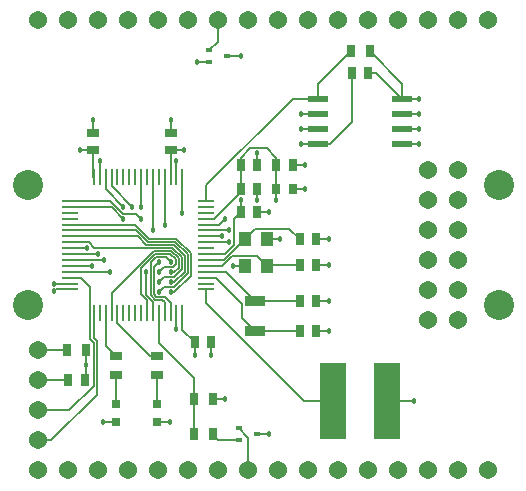
<source format=gtl>
%TF.GenerationSoftware,KiCad,Pcbnew,5.1.6-c6e7f7d~87~ubuntu18.04.1*%
%TF.CreationDate,2020-07-14T09:50:43-04:00*%
%TF.ProjectId,ta-expt,74612d65-7870-4742-9e6b-696361645f70,rev?*%
%TF.SameCoordinates,Original*%
%TF.FileFunction,Copper,L1,Top*%
%TF.FilePolarity,Positive*%
%FSLAX46Y46*%
G04 Gerber Fmt 4.6, Leading zero omitted, Abs format (unit mm)*
G04 Created by KiCad (PCBNEW 5.1.6-c6e7f7d~87~ubuntu18.04.1) date 2020-07-14 09:50:43*
%MOMM*%
%LPD*%
G01*
G04 APERTURE LIST*
%TA.AperFunction,SMDPad,CuDef*%
%ADD10R,2.200000X6.400000*%
%TD*%
%TA.AperFunction,SMDPad,CuDef*%
%ADD11R,0.700000X1.000000*%
%TD*%
%TA.AperFunction,SMDPad,CuDef*%
%ADD12R,1.000000X0.700000*%
%TD*%
%TA.AperFunction,SMDPad,CuDef*%
%ADD13R,0.700000X0.940000*%
%TD*%
%TA.AperFunction,SMDPad,CuDef*%
%ADD14R,0.800000X1.000000*%
%TD*%
%TA.AperFunction,SMDPad,CuDef*%
%ADD15R,1.460000X0.250000*%
%TD*%
%TA.AperFunction,SMDPad,CuDef*%
%ADD16R,0.250000X1.460000*%
%TD*%
%TA.AperFunction,SMDPad,CuDef*%
%ADD17R,1.750000X0.600000*%
%TD*%
%TA.AperFunction,ComponentPad*%
%ADD18C,1.540000*%
%TD*%
%TA.AperFunction,ComponentPad*%
%ADD19C,2.540000*%
%TD*%
%TA.AperFunction,SMDPad,CuDef*%
%ADD20R,0.700000X0.700000*%
%TD*%
%TA.AperFunction,SMDPad,CuDef*%
%ADD21R,0.600000X0.450000*%
%TD*%
%TA.AperFunction,SMDPad,CuDef*%
%ADD22R,1.000000X1.200000*%
%TD*%
%TA.AperFunction,SMDPad,CuDef*%
%ADD23R,1.700000X0.900000*%
%TD*%
%TA.AperFunction,ViaPad*%
%ADD24C,0.457200*%
%TD*%
%TA.AperFunction,Conductor*%
%ADD25C,0.203200*%
%TD*%
%TA.AperFunction,Conductor*%
%ADD26C,0.127000*%
%TD*%
G04 APERTURE END LIST*
D10*
%TO.P,C15,1*%
%TO.N,/VBAT*%
X160900000Y-121200000D03*
%TO.P,C15,2*%
%TO.N,GND*%
X165500000Y-121200000D03*
%TD*%
D11*
%TO.P,C1,1*%
%TO.N,/VDD_FILT*%
X139900000Y-119400000D03*
%TO.P,C1,2*%
%TO.N,GND*%
X138500000Y-119400000D03*
%TD*%
D12*
%TO.P,C2,1*%
%TO.N,/VDD_FILT*%
X140600000Y-99900000D03*
%TO.P,C2,2*%
%TO.N,GND*%
X140600000Y-98500000D03*
%TD*%
%TO.P,C3,1*%
%TO.N,/VDD_FILT*%
X147200000Y-99900000D03*
%TO.P,C3,2*%
%TO.N,GND*%
X147200000Y-98500000D03*
%TD*%
D11*
%TO.P,C4,1*%
%TO.N,/VDD_FILT*%
X149200000Y-116200000D03*
%TO.P,C4,2*%
%TO.N,GND*%
X150600000Y-116200000D03*
%TD*%
%TO.P,C5,1*%
%TO.N,/VDD_FILT*%
X153100000Y-103200000D03*
%TO.P,C5,2*%
%TO.N,GND*%
X154500000Y-103200000D03*
%TD*%
%TO.P,C6,1*%
%TO.N,/VDD_FILT*%
X153100000Y-101200000D03*
%TO.P,C6,2*%
%TO.N,GND*%
X154500000Y-101200000D03*
%TD*%
%TO.P,C7,1*%
%TO.N,/VDD_FILT*%
X156100000Y-101200000D03*
%TO.P,C7,2*%
%TO.N,GND*%
X157500000Y-101200000D03*
%TD*%
D13*
%TO.P,C8,1*%
%TO.N,/VDD_FILT*%
X156100000Y-103200000D03*
%TO.P,C8,2*%
%TO.N,GND*%
X157500000Y-103200000D03*
%TD*%
D11*
%TO.P,C9,1*%
%TO.N,/NRST*%
X153100000Y-105200000D03*
%TO.P,C9,2*%
%TO.N,GND*%
X154500000Y-105200000D03*
%TD*%
%TO.P,C11,1*%
%TO.N,Net-(C11-Pad1)*%
X158100000Y-109700000D03*
%TO.P,C11,2*%
%TO.N,GND*%
X159500000Y-109700000D03*
%TD*%
%TO.P,C10,1*%
%TO.N,Net-(C10-Pad1)*%
X158100000Y-107500000D03*
%TO.P,C10,2*%
%TO.N,GND*%
X159500000Y-107500000D03*
%TD*%
%TO.P,C13,1*%
%TO.N,Net-(C13-Pad1)*%
X158100000Y-115300000D03*
%TO.P,C13,2*%
%TO.N,GND*%
X159500000Y-115300000D03*
%TD*%
%TO.P,C12,1*%
%TO.N,Net-(C12-Pad1)*%
X158100000Y-112700000D03*
%TO.P,C12,2*%
%TO.N,GND*%
X159500000Y-112700000D03*
%TD*%
%TO.P,C14,1*%
%TO.N,/VDD_FILT*%
X163900000Y-93400000D03*
%TO.P,C14,2*%
%TO.N,GND*%
X162500000Y-93400000D03*
%TD*%
D14*
%TO.P,FB1,1*%
%TO.N,VDD*%
X138400000Y-116900000D03*
%TO.P,FB1,2*%
%TO.N,/VDD_FILT*%
X140000000Y-116900000D03*
%TD*%
D15*
%TO.P,IC1,1*%
%TO.N,/VBAT*%
X150138000Y-111750000D03*
%TO.P,IC1,2*%
%TO.N,Net-(IC1-Pad2)*%
X150138000Y-111250000D03*
%TO.P,IC1,3*%
%TO.N,Net-(C13-Pad1)*%
X150138000Y-110750000D03*
%TO.P,IC1,4*%
%TO.N,Net-(C12-Pad1)*%
X150138000Y-110250000D03*
%TO.P,IC1,5*%
%TO.N,Net-(C11-Pad1)*%
X150138000Y-109750000D03*
%TO.P,IC1,6*%
%TO.N,Net-(C10-Pad1)*%
X150138000Y-109250000D03*
%TO.P,IC1,7*%
%TO.N,/NRST*%
X150138000Y-108750000D03*
%TO.P,IC1,8*%
%TO.N,Net-(IC1-Pad8)*%
X150138000Y-108250000D03*
%TO.P,IC1,9*%
%TO.N,/QUADSPI_BK2_IO0*%
X150138000Y-107750000D03*
%TO.P,IC1,10*%
%TO.N,/QUADSPI_BK2_IO1*%
X150138000Y-107250000D03*
%TO.P,IC1,11*%
%TO.N,/QUADSPI_BK2_IO2*%
X150138000Y-106750000D03*
%TO.P,IC1,12*%
%TO.N,GND*%
X150138000Y-106250000D03*
%TO.P,IC1,13*%
%TO.N,/VDD_FILT*%
X150138000Y-105750000D03*
%TO.P,IC1,14*%
%TO.N,Net-(IC1-Pad14)*%
X150138000Y-105250000D03*
%TO.P,IC1,15*%
%TO.N,Net-(IC1-Pad15)*%
X150138000Y-104750000D03*
%TO.P,IC1,16*%
%TO.N,/QUADSPI_BK1_NCS*%
X150138000Y-104250000D03*
D16*
%TO.P,IC1,17*%
%TO.N,/QUADSPI_CLK*%
X148150000Y-102262000D03*
%TO.P,IC1,18*%
%TO.N,GND*%
X147650000Y-102262000D03*
%TO.P,IC1,19*%
%TO.N,/VDD_FILT*%
X147150000Y-102262000D03*
%TO.P,IC1,20*%
%TO.N,/DCMI_HSYNC*%
X146650000Y-102262000D03*
%TO.P,IC1,21*%
%TO.N,Net-(IC1-Pad21)*%
X146150000Y-102262000D03*
%TO.P,IC1,22*%
%TO.N,/DCMI_PIXCLK*%
X145650000Y-102262000D03*
%TO.P,IC1,23*%
%TO.N,Net-(IC1-Pad23)*%
X145150000Y-102262000D03*
%TO.P,IC1,24*%
%TO.N,/QUADSPI_BK2_IO3*%
X144650000Y-102262000D03*
%TO.P,IC1,25*%
%TO.N,Net-(IC1-Pad25)*%
X144150000Y-102262000D03*
%TO.P,IC1,26*%
%TO.N,Net-(IC1-Pad26)*%
X143650000Y-102262000D03*
%TO.P,IC1,27*%
%TO.N,Net-(IC1-Pad27)*%
X143150000Y-102262000D03*
%TO.P,IC1,28*%
%TO.N,Net-(IC1-Pad28)*%
X142650000Y-102262000D03*
%TO.P,IC1,29*%
%TO.N,/LPUART_RX*%
X142150000Y-102262000D03*
%TO.P,IC1,30*%
%TO.N,/LPUART_TX*%
X141650000Y-102262000D03*
%TO.P,IC1,31*%
%TO.N,GND*%
X141150000Y-102262000D03*
%TO.P,IC1,32*%
%TO.N,/VDD_FILT*%
X140650000Y-102262000D03*
D15*
%TO.P,IC1,33*%
%TO.N,/LPUART_RTS*%
X138662000Y-104250000D03*
%TO.P,IC1,34*%
%TO.N,/LPUART_CTS*%
X138662000Y-104750000D03*
%TO.P,IC1,35*%
%TO.N,Net-(IC1-Pad35)*%
X138662000Y-105250000D03*
%TO.P,IC1,36*%
%TO.N,Net-(IC1-Pad36)*%
X138662000Y-105750000D03*
%TO.P,IC1,37*%
%TO.N,/DCMI_D0*%
X138662000Y-106250000D03*
%TO.P,IC1,38*%
%TO.N,/DCMI_D1*%
X138662000Y-106750000D03*
%TO.P,IC1,39*%
%TO.N,/DCMI_D2*%
X138662000Y-107250000D03*
%TO.P,IC1,40*%
%TO.N,/DCMI_D3*%
X138662000Y-107750000D03*
%TO.P,IC1,41*%
%TO.N,/USART1_CK*%
X138662000Y-108250000D03*
%TO.P,IC1,42*%
%TO.N,/USART1_TX*%
X138662000Y-108750000D03*
%TO.P,IC1,43*%
%TO.N,/USART1_RX*%
X138662000Y-109250000D03*
%TO.P,IC1,44*%
%TO.N,/USART1_CTS*%
X138662000Y-109750000D03*
%TO.P,IC1,45*%
%TO.N,/USART1_RTS*%
X138662000Y-110250000D03*
%TO.P,IC1,46*%
%TO.N,/SWDIO*%
X138662000Y-110750000D03*
%TO.P,IC1,47*%
%TO.N,GND*%
X138662000Y-111250000D03*
%TO.P,IC1,48*%
%TO.N,/VDD_FILT*%
X138662000Y-111750000D03*
D16*
%TO.P,IC1,49*%
%TO.N,/SWCLK*%
X140650000Y-113738000D03*
%TO.P,IC1,50*%
%TO.N,Net-(IC1-Pad50)*%
X141150000Y-113738000D03*
%TO.P,IC1,51*%
%TO.N,/LED1*%
X141650000Y-113738000D03*
%TO.P,IC1,52*%
%TO.N,/DCMI_D4*%
X142150000Y-113738000D03*
%TO.P,IC1,53*%
%TO.N,/LED2*%
X142650000Y-113738000D03*
%TO.P,IC1,54*%
%TO.N,Net-(IC1-Pad54)*%
X143150000Y-113738000D03*
%TO.P,IC1,55*%
%TO.N,Net-(IC1-Pad55)*%
X143650000Y-113738000D03*
%TO.P,IC1,56*%
%TO.N,Net-(IC1-Pad56)*%
X144150000Y-113738000D03*
%TO.P,IC1,57*%
%TO.N,Net-(IC1-Pad57)*%
X144650000Y-113738000D03*
%TO.P,IC1,58*%
%TO.N,/DCMI_D5*%
X145150000Y-113738000D03*
%TO.P,IC1,59*%
%TO.N,/DCMI_VSYNC*%
X145650000Y-113738000D03*
%TO.P,IC1,60*%
%TO.N,Net-(IC1-Pad60)*%
X146150000Y-113738000D03*
%TO.P,IC1,61*%
%TO.N,/DCMI_D6*%
X146650000Y-113738000D03*
%TO.P,IC1,62*%
%TO.N,/DCMI_D7*%
X147150000Y-113738000D03*
%TO.P,IC1,63*%
%TO.N,GND*%
X147650000Y-113738000D03*
%TO.P,IC1,64*%
%TO.N,/VDD_FILT*%
X148150000Y-113738000D03*
%TD*%
D17*
%TO.P,IC2,1*%
%TO.N,/QUADSPI_BK1_NCS*%
X159668000Y-95595000D03*
%TO.P,IC2,2*%
%TO.N,/QUADSPI_BK2_IO1*%
X159668000Y-96865000D03*
%TO.P,IC2,3*%
%TO.N,/QUADSPI_BK2_IO2*%
X159668000Y-98135000D03*
%TO.P,IC2,4*%
%TO.N,GND*%
X159668000Y-99405000D03*
%TO.P,IC2,5*%
%TO.N,/QUADSPI_BK2_IO0*%
X166732000Y-99405000D03*
%TO.P,IC2,6*%
%TO.N,/QUADSPI_CLK*%
X166732000Y-98135000D03*
%TO.P,IC2,7*%
%TO.N,/QUADSPI_BK2_IO3*%
X166732000Y-96865000D03*
%TO.P,IC2,8*%
%TO.N,/VDD_FILT*%
X166732000Y-95595000D03*
%TD*%
D18*
%TO.P,J3,4*%
%TO.N,/SWCLK*%
X135950000Y-124510000D03*
%TO.P,J3,3*%
%TO.N,/SWDIO*%
X135950000Y-121970000D03*
%TO.P,J3,2*%
%TO.N,GND*%
X135950000Y-119430000D03*
%TO.P,J3,1*%
%TO.N,VDD*%
X135950000Y-116890000D03*
%TD*%
%TO.P,J1,16*%
%TO.N,Net-(J1-Pad16)*%
X174050000Y-88950000D03*
%TO.P,J1,15*%
%TO.N,Net-(J1-Pad15)*%
X171510000Y-88950000D03*
%TO.P,J1,14*%
%TO.N,Net-(J1-Pad14)*%
X168970000Y-88950000D03*
%TO.P,J1,13*%
%TO.N,Net-(J1-Pad13)*%
X166430000Y-88950000D03*
%TO.P,J1,12*%
%TO.N,/USART1_RTS*%
X163890000Y-88950000D03*
%TO.P,J1,11*%
%TO.N,/USART1_RX*%
X161350000Y-88950000D03*
%TO.P,J1,10*%
%TO.N,/USART1_TX*%
X158810000Y-88950000D03*
%TO.P,J1,9*%
%TO.N,/USART1_CTS*%
X156270000Y-88950000D03*
%TO.P,J1,8*%
%TO.N,/USART1_CK*%
X153730000Y-88950000D03*
%TO.P,J1,7*%
%TO.N,/RST*%
X151190000Y-88950000D03*
%TO.P,J1,6*%
%TO.N,Net-(J1-Pad6)*%
X148650000Y-88950000D03*
%TO.P,J1,5*%
%TO.N,Net-(J1-Pad5)*%
X146110000Y-88950000D03*
%TO.P,J1,4*%
%TO.N,Net-(J1-Pad4)*%
X143570000Y-88950000D03*
%TO.P,J1,3*%
%TO.N,GND*%
X141030000Y-88950000D03*
%TO.P,J1,2*%
%TO.N,Net-(J1-Pad2)*%
X138490000Y-88950000D03*
%TO.P,J1,1*%
%TO.N,Net-(J1-Pad1)*%
X135950000Y-88950000D03*
%TD*%
%TO.P,J2,16*%
%TO.N,Net-(J2-Pad16)*%
X174050000Y-127050000D03*
%TO.P,J2,15*%
%TO.N,Net-(J2-Pad15)*%
X171510000Y-127050000D03*
%TO.P,J2,14*%
%TO.N,Net-(J2-Pad14)*%
X168970000Y-127050000D03*
%TO.P,J2,13*%
%TO.N,Net-(J2-Pad13)*%
X166430000Y-127050000D03*
%TO.P,J2,12*%
%TO.N,/LPUART_RTS*%
X163890000Y-127050000D03*
%TO.P,J2,11*%
%TO.N,/LPUART_RX*%
X161350000Y-127050000D03*
%TO.P,J2,10*%
%TO.N,/LPUART_TX*%
X158810000Y-127050000D03*
%TO.P,J2,9*%
%TO.N,/LPUART_CTS*%
X156270000Y-127050000D03*
%TO.P,J2,8*%
%TO.N,/BOOT0*%
X153730000Y-127050000D03*
%TO.P,J2,7*%
%TO.N,Net-(J2-Pad7)*%
X151190000Y-127050000D03*
%TO.P,J2,6*%
%TO.N,Net-(J2-Pad6)*%
X148650000Y-127050000D03*
%TO.P,J2,5*%
%TO.N,Net-(J2-Pad5)*%
X146110000Y-127050000D03*
%TO.P,J2,4*%
%TO.N,Net-(J2-Pad4)*%
X143570000Y-127050000D03*
%TO.P,J2,3*%
%TO.N,GND*%
X141030000Y-127050000D03*
%TO.P,J2,2*%
%TO.N,Net-(J2-Pad2)*%
X138490000Y-127050000D03*
%TO.P,J2,1*%
%TO.N,Net-(J2-Pad1)*%
X135950000Y-127050000D03*
%TD*%
%TO.P,J4,12*%
%TO.N,/DCMI_VSYNC*%
X168970000Y-101650000D03*
%TO.P,J4,11*%
%TO.N,/DCMI_HSYNC*%
X171510000Y-101650000D03*
%TO.P,J4,10*%
%TO.N,/DCMI_PIXCLK*%
X168970000Y-104190000D03*
%TO.P,J4,9*%
%TO.N,Net-(J4-Pad9)*%
X171510000Y-104190000D03*
%TO.P,J4,8*%
%TO.N,/DCMI_D7*%
X168970000Y-106730000D03*
%TO.P,J4,7*%
%TO.N,/DCMI_D6*%
X171510000Y-106730000D03*
%TO.P,J4,6*%
%TO.N,/DCMI_D5*%
X168970000Y-109270000D03*
%TO.P,J4,5*%
%TO.N,/DCMI_D4*%
X171510000Y-109270000D03*
%TO.P,J4,4*%
%TO.N,/DCMI_D3*%
X168970000Y-111810000D03*
%TO.P,J4,3*%
%TO.N,/DCMI_D2*%
X171510000Y-111810000D03*
%TO.P,J4,2*%
%TO.N,/DCMI_D1*%
X168970000Y-114350000D03*
%TO.P,J4,1*%
%TO.N,/DCMI_D0*%
X171510000Y-114350000D03*
%TD*%
D19*
%TO.P,J5,4*%
%TO.N,GND*%
X174960000Y-113080000D03*
%TO.P,J5,3*%
X135040000Y-113080000D03*
%TO.P,J5,2*%
X174960000Y-102920000D03*
%TO.P,J5,1*%
X135040000Y-102920000D03*
%TD*%
D20*
%TO.P,LED1,1*%
%TO.N,GND*%
X142500000Y-122950000D03*
%TO.P,LED1,2*%
%TO.N,Net-(LED1-Pad2)*%
X142500000Y-121450000D03*
%TD*%
%TO.P,LED2,1*%
%TO.N,GND*%
X146000000Y-122950000D03*
%TO.P,LED2,2*%
%TO.N,Net-(LED2-Pad2)*%
X146000000Y-121450000D03*
%TD*%
D21*
%TO.P,Q1,1*%
%TO.N,/RST*%
X150445000Y-91500000D03*
%TO.P,Q1,2*%
%TO.N,GND*%
X150445000Y-92500000D03*
%TO.P,Q1,3*%
%TO.N,/NRST*%
X151955000Y-92000000D03*
%TD*%
%TO.P,Q2,1*%
%TO.N,/BOOT0*%
X152945000Y-123500000D03*
%TO.P,Q2,2*%
%TO.N,Net-(Q2-Pad2)*%
X152945000Y-124500000D03*
%TO.P,Q2,3*%
%TO.N,/VDD_FILT*%
X154455000Y-124000000D03*
%TD*%
D12*
%TO.P,R1,1*%
%TO.N,/LED1*%
X142500000Y-117400000D03*
%TO.P,R1,2*%
%TO.N,Net-(LED1-Pad2)*%
X142500000Y-119000000D03*
%TD*%
%TO.P,R2,1*%
%TO.N,/LED2*%
X146000000Y-117400000D03*
%TO.P,R2,2*%
%TO.N,Net-(LED2-Pad2)*%
X146000000Y-119000000D03*
%TD*%
D11*
%TO.P,R4,1*%
%TO.N,Net-(Q2-Pad2)*%
X150700000Y-124000000D03*
%TO.P,R4,2*%
%TO.N,Net-(IC1-Pad60)*%
X149100000Y-124000000D03*
%TD*%
%TO.P,R3,1*%
%TO.N,Net-(IC1-Pad60)*%
X149100000Y-121000000D03*
%TO.P,R3,2*%
%TO.N,GND*%
X150700000Y-121000000D03*
%TD*%
%TO.P,R5,1*%
%TO.N,/VDD_FILT*%
X164000000Y-91600000D03*
%TO.P,R5,2*%
%TO.N,/QUADSPI_BK1_NCS*%
X162400000Y-91600000D03*
%TD*%
D22*
%TO.P,Y1,1*%
%TO.N,Net-(C11-Pad1)*%
X155350000Y-109750000D03*
%TO.P,Y1,2*%
%TO.N,GND*%
X155350000Y-107450000D03*
%TO.P,Y1,3*%
%TO.N,Net-(C10-Pad1)*%
X153450000Y-107450000D03*
%TO.P,Y1,4*%
%TO.N,GND*%
X153450000Y-109750000D03*
%TD*%
D23*
%TO.P,Y2,1*%
%TO.N,Net-(C13-Pad1)*%
X154300000Y-115275000D03*
%TO.P,Y2,2*%
%TO.N,Net-(C12-Pad1)*%
X154300000Y-112725000D03*
%TD*%
D24*
%TO.N,GND*%
X151750000Y-105750000D03*
X147650000Y-100900000D03*
X141150000Y-100900000D03*
X137300000Y-111300000D03*
X147650000Y-115100000D03*
X150600000Y-117300000D03*
X140600000Y-97400000D03*
X147200000Y-97400000D03*
X160600000Y-109700000D03*
X160600000Y-112700000D03*
X160600000Y-115300000D03*
X160600000Y-107500000D03*
X149400000Y-92500000D03*
X158200000Y-99400000D03*
X155500000Y-105200000D03*
X158500000Y-101200000D03*
X158500000Y-103200000D03*
X154500000Y-100200000D03*
X154500000Y-104200000D03*
X156400000Y-107450000D03*
X152400000Y-109750000D03*
X167800000Y-121200000D03*
X151800000Y-121000000D03*
X141400000Y-122950000D03*
X147100000Y-122950000D03*
%TO.N,/VDD_FILT*%
X137300000Y-111900000D03*
X139500000Y-99900000D03*
X148300000Y-99900000D03*
X168200000Y-95600000D03*
X156100000Y-104200000D03*
X155500000Y-124000000D03*
X149200000Y-117300000D03*
X139950000Y-118150000D03*
%TO.N,/NRST*%
X153100000Y-92000000D03*
X153100000Y-104200000D03*
%TO.N,/DCMI_D7*%
X146150000Y-109400000D03*
%TO.N,/DCMI_D6*%
X147150000Y-109400000D03*
%TO.N,/DCMI_VSYNC*%
X145050000Y-110250000D03*
%TO.N,/DCMI_D5*%
X146150000Y-110250000D03*
%TO.N,/DCMI_D4*%
X147150000Y-110250000D03*
%TO.N,/USART1_RTS*%
X142000000Y-110250000D03*
%TO.N,/USART1_CTS*%
X140500000Y-109750000D03*
%TO.N,/USART1_RX*%
X141500000Y-109250000D03*
%TO.N,/USART1_TX*%
X141000000Y-108750000D03*
%TO.N,/USART1_CK*%
X140100000Y-108250000D03*
%TO.N,/DCMI_D3*%
X146150000Y-111100000D03*
%TO.N,/DCMI_D2*%
X147150000Y-111100000D03*
%TO.N,/DCMI_D1*%
X146150000Y-111950000D03*
%TO.N,/DCMI_D0*%
X147150000Y-111950000D03*
%TO.N,/LPUART_CTS*%
X143150000Y-105750000D03*
%TO.N,/LPUART_RTS*%
X144650000Y-105750000D03*
%TO.N,/LPUART_TX*%
X143150000Y-104750000D03*
%TO.N,/LPUART_RX*%
X143900000Y-104750000D03*
%TO.N,/QUADSPI_BK2_IO3*%
X144650000Y-104750000D03*
X168200000Y-96865000D03*
%TO.N,/DCMI_PIXCLK*%
X145650000Y-106750000D03*
%TO.N,/DCMI_HSYNC*%
X146650000Y-106250000D03*
%TO.N,/QUADSPI_CLK*%
X148150000Y-105250000D03*
X168200000Y-98135000D03*
%TO.N,/QUADSPI_BK2_IO2*%
X152100000Y-106750000D03*
X158200000Y-98135000D03*
%TO.N,/QUADSPI_BK2_IO1*%
X151500000Y-107250000D03*
X158200000Y-96865000D03*
%TO.N,/QUADSPI_BK2_IO0*%
X152100000Y-107750000D03*
X168200000Y-99405000D03*
%TD*%
D25*
%TO.N,GND*%
X150700000Y-121000000D02*
X151800000Y-121000000D01*
D26*
X135980000Y-119400000D02*
X135950000Y-119430000D01*
X138500000Y-119400000D02*
X135980000Y-119400000D01*
X140600000Y-98500000D02*
X140600000Y-97400000D01*
X147200000Y-98500000D02*
X147200000Y-97400000D01*
X150600000Y-117300000D02*
X150600000Y-116200000D01*
X158500000Y-101200000D02*
X157500000Y-101200000D01*
X158500000Y-103200000D02*
X157500000Y-103200000D01*
X154500000Y-100200000D02*
X154500000Y-101200000D01*
X154500000Y-104200000D02*
X154500000Y-103200000D01*
X155500000Y-105200000D02*
X154500000Y-105200000D01*
X160600000Y-107500000D02*
X159500000Y-107500000D01*
X160600000Y-109700000D02*
X159500000Y-109700000D01*
X160600000Y-112700000D02*
X159500000Y-112700000D01*
X160600000Y-115300000D02*
X159500000Y-115300000D01*
X167800000Y-121200000D02*
X165500000Y-121200000D01*
X141400000Y-122950000D02*
X142500000Y-122950000D01*
X147100000Y-122950000D02*
X146000000Y-122950000D01*
X149400000Y-92500000D02*
X150445000Y-92500000D01*
X156400000Y-107450000D02*
X155350000Y-107450000D01*
X152400000Y-109750000D02*
X153450000Y-109750000D01*
X159663000Y-99400000D02*
X159668000Y-99405000D01*
X158200000Y-99400000D02*
X159663000Y-99400000D01*
X160687500Y-99405000D02*
X159668000Y-99405000D01*
X162500000Y-97592500D02*
X160687500Y-99405000D01*
X162500000Y-93400000D02*
X162500000Y-97592500D01*
X147650000Y-113738000D02*
X147650000Y-115100000D01*
X141150000Y-100900000D02*
X141150000Y-102262000D01*
X147650000Y-100900000D02*
X147650000Y-102262000D01*
X137350000Y-111250000D02*
X137300000Y-111300000D01*
X138662000Y-111250000D02*
X137350000Y-111250000D01*
X151250000Y-106250000D02*
X150138000Y-106250000D01*
X151750000Y-105750000D02*
X151250000Y-106250000D01*
%TO.N,/VBAT*%
X150138000Y-112855902D02*
X158482098Y-121200000D01*
X158482098Y-121200000D02*
X160900000Y-121200000D01*
X150138000Y-111750000D02*
X150138000Y-112855902D01*
%TO.N,/VDD_FILT*%
X139950000Y-116950000D02*
X140000000Y-116900000D01*
X139950000Y-118150000D02*
X139950000Y-116950000D01*
X139950000Y-119350000D02*
X139900000Y-119400000D01*
X139950000Y-118150000D02*
X139950000Y-119350000D01*
X140600000Y-99900000D02*
X139500000Y-99900000D01*
X140600000Y-102212000D02*
X140650000Y-102262000D01*
X140600000Y-99900000D02*
X140600000Y-102212000D01*
X147200000Y-99900000D02*
X148300000Y-99900000D01*
X147200000Y-102212000D02*
X147150000Y-102262000D01*
X147200000Y-99900000D02*
X147200000Y-102212000D01*
X149200000Y-117300000D02*
X149200000Y-116200000D01*
X156100000Y-104200000D02*
X156100000Y-103200000D01*
X156100000Y-103200000D02*
X156100000Y-101200000D01*
X153100000Y-100578000D02*
X153100000Y-101200000D01*
X155302899Y-99780899D02*
X153897101Y-99780899D01*
X153897101Y-99780899D02*
X153100000Y-100578000D01*
X156100000Y-100578000D02*
X155302899Y-99780899D01*
X156100000Y-101200000D02*
X156100000Y-100578000D01*
X153100000Y-101200000D02*
X153100000Y-103200000D01*
X153100000Y-103518402D02*
X153100000Y-103200000D01*
X150868402Y-105750000D02*
X153100000Y-103518402D01*
X150138000Y-105750000D02*
X150868402Y-105750000D01*
X155500000Y-124000000D02*
X154455000Y-124000000D01*
X166737000Y-95600000D02*
X166732000Y-95595000D01*
X168200000Y-95600000D02*
X166737000Y-95600000D01*
X164537000Y-93400000D02*
X166732000Y-95595000D01*
X163900000Y-93400000D02*
X164537000Y-93400000D01*
X166732000Y-94332000D02*
X164000000Y-91600000D01*
X166732000Y-95595000D02*
X166732000Y-94332000D01*
X148150000Y-115150000D02*
X149200000Y-116200000D01*
X148150000Y-113738000D02*
X148150000Y-115150000D01*
X137450000Y-111750000D02*
X137300000Y-111900000D01*
X138662000Y-111750000D02*
X137450000Y-111750000D01*
%TO.N,/NRST*%
X153100000Y-104200000D02*
X153100000Y-105200000D01*
X151720270Y-108750000D02*
X150138000Y-108750000D01*
X152519101Y-105780899D02*
X152519101Y-107951169D01*
X152519101Y-107951169D02*
X151720270Y-108750000D01*
X153100000Y-105200000D02*
X152519101Y-105780899D01*
X153100000Y-92000000D02*
X151955000Y-92000000D01*
%TO.N,Net-(C11-Pad1)*%
X155400000Y-109700000D02*
X155350000Y-109750000D01*
X158100000Y-109700000D02*
X155400000Y-109700000D01*
X151509224Y-109750000D02*
X150138000Y-109750000D01*
X152349725Y-108909499D02*
X151509224Y-109750000D01*
X154509499Y-108909499D02*
X152349725Y-108909499D01*
X155350000Y-109750000D02*
X154509499Y-108909499D01*
%TO.N,Net-(C12-Pad1)*%
X154325000Y-112700000D02*
X154300000Y-112725000D01*
X158100000Y-112700000D02*
X154325000Y-112700000D01*
X151825000Y-110250000D02*
X154300000Y-112725000D01*
X150138000Y-110250000D02*
X151825000Y-110250000D01*
%TO.N,Net-(C13-Pad1)*%
X154325000Y-115300000D02*
X154300000Y-115275000D01*
X158100000Y-115300000D02*
X154325000Y-115300000D01*
X153209499Y-114184499D02*
X154300000Y-115275000D01*
X151002500Y-110750000D02*
X153209499Y-112956999D01*
X153209499Y-112956999D02*
X153209499Y-114184499D01*
X150138000Y-110750000D02*
X151002500Y-110750000D01*
%TO.N,VDD*%
X135960000Y-116900000D02*
X135950000Y-116890000D01*
X138400000Y-116900000D02*
X135960000Y-116900000D01*
%TO.N,/DCMI_D7*%
X145730899Y-109819101D02*
X146150000Y-109400000D01*
X145730899Y-112151169D02*
X145730899Y-109819101D01*
X145948831Y-112369101D02*
X145730899Y-112151169D01*
X147150000Y-112873500D02*
X146645601Y-112369101D01*
X146645601Y-112369101D02*
X145948831Y-112369101D01*
X147150000Y-113738000D02*
X147150000Y-112873500D01*
%TO.N,/DCMI_D6*%
X146730899Y-108980899D02*
X147150000Y-109400000D01*
X145948831Y-108980899D02*
X146730899Y-108980899D01*
X145476890Y-112256384D02*
X145476890Y-109452840D01*
X145476890Y-109452840D02*
X145948831Y-108980899D01*
X145843616Y-112623110D02*
X145476890Y-112256384D01*
X146423111Y-112623111D02*
X145843616Y-112623110D01*
X146650000Y-112850000D02*
X146423111Y-112623111D01*
X146650000Y-113738000D02*
X146650000Y-112850000D01*
%TO.N,Net-(IC1-Pad60)*%
X149100000Y-121000000D02*
X149100000Y-124000000D01*
X149100000Y-119257098D02*
X149100000Y-121000000D01*
X146150000Y-116307098D02*
X149100000Y-119257098D01*
X146150000Y-113738000D02*
X146150000Y-116307098D01*
%TO.N,/DCMI_VSYNC*%
X145050000Y-112188718D02*
X145050000Y-110250000D01*
X145650000Y-112788718D02*
X145050000Y-112188718D01*
X145650000Y-113738000D02*
X145650000Y-112788718D01*
%TO.N,/DCMI_D5*%
X146569101Y-109830899D02*
X146150000Y-110250000D01*
X147569101Y-109601169D02*
X147339371Y-109830899D01*
X147569101Y-109198831D02*
X147569101Y-109601169D01*
X147097160Y-108726890D02*
X147569101Y-109198831D01*
X145843616Y-108726890D02*
X147097160Y-108726890D01*
X144630899Y-109939607D02*
X145843616Y-108726890D01*
X147339371Y-109830899D02*
X146569101Y-109830899D01*
X144630899Y-112128841D02*
X144630899Y-109939607D01*
X145150000Y-112647942D02*
X144630899Y-112128841D01*
X145150000Y-113738000D02*
X145150000Y-112647942D01*
%TO.N,/LED2*%
X145447500Y-117400000D02*
X146000000Y-117400000D01*
X142650000Y-114602500D02*
X145447500Y-117400000D01*
X142650000Y-113738000D02*
X142650000Y-114602500D01*
%TO.N,/DCMI_D4*%
X147473289Y-110250000D02*
X147150000Y-110250000D01*
X147823111Y-109093617D02*
X147823111Y-109900178D01*
X147202375Y-108472881D02*
X147823111Y-109093617D01*
X147823111Y-109900178D02*
X147473289Y-110250000D01*
X145738402Y-108472880D02*
X147202375Y-108472881D01*
X142150000Y-112061282D02*
X145738402Y-108472880D01*
X142150000Y-113738000D02*
X142150000Y-112061282D01*
%TO.N,/LED1*%
X141650000Y-116550000D02*
X142500000Y-117400000D01*
X141650000Y-113738000D02*
X141650000Y-116550000D01*
%TO.N,/SWCLK*%
X140894511Y-120654433D02*
X137038944Y-124510000D01*
X137038944Y-124510000D02*
X135950000Y-124510000D01*
X140894511Y-116142385D02*
X140894511Y-120654433D01*
X140650000Y-115897874D02*
X140894511Y-116142385D01*
X140650000Y-113738000D02*
X140650000Y-115897874D01*
%TO.N,/SWDIO*%
X140640501Y-119887401D02*
X138557902Y-121970000D01*
X140640501Y-116247599D02*
X140640501Y-119887401D01*
X140309499Y-115916597D02*
X140640501Y-116247599D01*
X140309499Y-111532999D02*
X140309499Y-115916597D01*
X138557902Y-121970000D02*
X135950000Y-121970000D01*
X139526500Y-110750000D02*
X140309499Y-111532999D01*
X138662000Y-110750000D02*
X139526500Y-110750000D01*
%TO.N,/USART1_RTS*%
X142000000Y-110250000D02*
X138662000Y-110250000D01*
%TO.N,/USART1_CTS*%
X140500000Y-109750000D02*
X138662000Y-109750000D01*
%TO.N,/USART1_RX*%
X141500000Y-109250000D02*
X138662000Y-109250000D01*
%TO.N,/USART1_TX*%
X141000000Y-108750000D02*
X138662000Y-108750000D01*
%TO.N,/USART1_CK*%
X140100000Y-108250000D02*
X138662000Y-108250000D01*
%TO.N,/DCMI_D3*%
X148077121Y-110005392D02*
X148077120Y-108988402D01*
X147413412Y-110669101D02*
X148077121Y-110005392D01*
X146150000Y-111100000D02*
X146580899Y-110669101D01*
X148077120Y-108988402D02*
X147307588Y-108218872D01*
X146580899Y-110669101D02*
X147413412Y-110669101D01*
X140220270Y-107750000D02*
X140689142Y-108218872D01*
X140689142Y-108218872D02*
X147307588Y-108218872D01*
X138662000Y-107750000D02*
X140220270Y-107750000D01*
%TO.N,/DCMI_D2*%
X148331128Y-108883189D02*
X147412801Y-107964862D01*
X148331128Y-110242161D02*
X148331128Y-108883189D01*
X147150000Y-111100000D02*
X147473289Y-111100000D01*
X147473289Y-111100000D02*
X148331128Y-110242161D01*
X145107118Y-107964862D02*
X147412801Y-107964862D01*
X144392256Y-107250000D02*
X145107118Y-107964862D01*
X138662000Y-107250000D02*
X144392256Y-107250000D01*
%TO.N,/DCMI_D1*%
X148585137Y-108777974D02*
X147518015Y-107710852D01*
X148585138Y-110347375D02*
X148585137Y-108777974D01*
X147413412Y-111519101D02*
X148585138Y-110347375D01*
X146150000Y-111950000D02*
X146580899Y-111519101D01*
X146580899Y-111519101D02*
X147413412Y-111519101D01*
X145212332Y-107710852D02*
X147518015Y-107710852D01*
X138662000Y-106750000D02*
X144251480Y-106750000D01*
X144251480Y-106750000D02*
X145212332Y-107710852D01*
%TO.N,/DCMI_D0*%
X147623229Y-107456842D02*
X145317546Y-107456842D01*
X148839146Y-108672759D02*
X147623229Y-107456842D01*
X148839147Y-110584142D02*
X148839146Y-108672759D01*
X147150000Y-111950000D02*
X147473289Y-111950000D01*
X147473289Y-111950000D02*
X148839147Y-110584142D01*
X144110704Y-106250000D02*
X145317546Y-107456842D01*
X138662000Y-106250000D02*
X144110704Y-106250000D01*
%TO.N,/LPUART_CTS*%
X142150000Y-104750000D02*
X143150000Y-105750000D01*
X138662000Y-104750000D02*
X142150000Y-104750000D01*
%TO.N,/LPUART_RTS*%
X144230899Y-105330899D02*
X144650000Y-105750000D01*
X143130899Y-105330899D02*
X144230899Y-105330899D01*
X142050000Y-104250000D02*
X143130899Y-105330899D01*
X138662000Y-104250000D02*
X142050000Y-104250000D01*
%TO.N,/LPUART_TX*%
X141650000Y-103250000D02*
X143150000Y-104750000D01*
X141650000Y-102262000D02*
X141650000Y-103250000D01*
%TO.N,/LPUART_RX*%
X142150000Y-103000000D02*
X143900000Y-104750000D01*
X142150000Y-102262000D02*
X142150000Y-103000000D01*
%TO.N,/QUADSPI_BK2_IO3*%
X168200000Y-96865000D02*
X166732000Y-96865000D01*
X144650000Y-104750000D02*
X144650000Y-102262000D01*
%TO.N,/DCMI_PIXCLK*%
X145650000Y-106750000D02*
X145650000Y-102262000D01*
%TO.N,/DCMI_HSYNC*%
X146650000Y-106250000D02*
X146650000Y-102262000D01*
%TO.N,/QUADSPI_CLK*%
X168200000Y-98135000D02*
X166732000Y-98135000D01*
X148150000Y-105250000D02*
X148150000Y-102262000D01*
%TO.N,/QUADSPI_BK1_NCS*%
X159668000Y-94332000D02*
X159668000Y-95595000D01*
X162400000Y-91600000D02*
X159668000Y-94332000D01*
X150138000Y-102934098D02*
X150138000Y-104250000D01*
X157477098Y-95595000D02*
X150138000Y-102934098D01*
X159668000Y-95595000D02*
X157477098Y-95595000D01*
%TO.N,/QUADSPI_BK2_IO2*%
X152100000Y-106750000D02*
X150138000Y-106750000D01*
X158200000Y-98135000D02*
X159668000Y-98135000D01*
%TO.N,/QUADSPI_BK2_IO1*%
X151500000Y-107250000D02*
X150138000Y-107250000D01*
X158200000Y-96865000D02*
X159668000Y-96865000D01*
%TO.N,/QUADSPI_BK2_IO0*%
X152100000Y-107750000D02*
X150138000Y-107750000D01*
X168200000Y-99405000D02*
X166732000Y-99405000D01*
%TO.N,/RST*%
X151190000Y-90755000D02*
X150445000Y-91500000D01*
X151190000Y-88950000D02*
X151190000Y-90755000D01*
%TO.N,/BOOT0*%
X153730000Y-124285000D02*
X152945000Y-123500000D01*
X153730000Y-127050000D02*
X153730000Y-124285000D01*
%TO.N,Net-(LED1-Pad2)*%
X142500000Y-119000000D02*
X142500000Y-121450000D01*
%TO.N,Net-(LED2-Pad2)*%
X146000000Y-119000000D02*
X146000000Y-121450000D01*
%TO.N,Net-(Q2-Pad2)*%
X151200000Y-124500000D02*
X150700000Y-124000000D01*
X152945000Y-124500000D02*
X151200000Y-124500000D01*
%TO.N,Net-(C10-Pad1)*%
X157209499Y-106609499D02*
X154290501Y-106609499D01*
X154290501Y-106609499D02*
X153450000Y-107450000D01*
X158100000Y-107500000D02*
X157209499Y-106609499D01*
X151650000Y-109250000D02*
X150138000Y-109250000D01*
X153450000Y-107450000D02*
X151650000Y-109250000D01*
%TD*%
M02*

</source>
